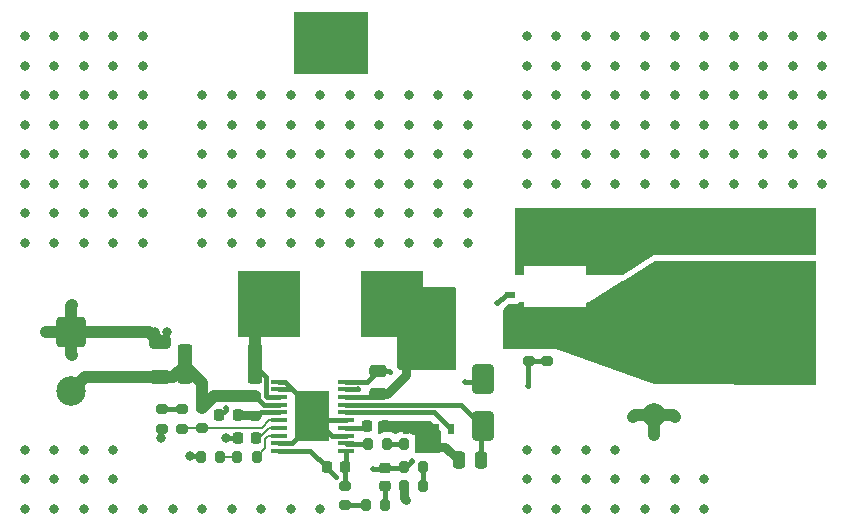
<source format=gbr>
%TF.GenerationSoftware,KiCad,Pcbnew,9.0.6*%
%TF.CreationDate,2026-01-21T08:09:24+01:00*%
%TF.ProjectId,Boost converter,426f6f73-7420-4636-9f6e-766572746572,rev?*%
%TF.SameCoordinates,Original*%
%TF.FileFunction,Copper,L1,Top*%
%TF.FilePolarity,Positive*%
%FSLAX46Y46*%
G04 Gerber Fmt 4.6, Leading zero omitted, Abs format (unit mm)*
G04 Created by KiCad (PCBNEW 9.0.6) date 2026-01-21 08:09:24*
%MOMM*%
%LPD*%
G01*
G04 APERTURE LIST*
G04 Aperture macros list*
%AMRoundRect*
0 Rectangle with rounded corners*
0 $1 Rounding radius*
0 $2 $3 $4 $5 $6 $7 $8 $9 X,Y pos of 4 corners*
0 Add a 4 corners polygon primitive as box body*
4,1,4,$2,$3,$4,$5,$6,$7,$8,$9,$2,$3,0*
0 Add four circle primitives for the rounded corners*
1,1,$1+$1,$2,$3*
1,1,$1+$1,$4,$5*
1,1,$1+$1,$6,$7*
1,1,$1+$1,$8,$9*
0 Add four rect primitives between the rounded corners*
20,1,$1+$1,$2,$3,$4,$5,0*
20,1,$1+$1,$4,$5,$6,$7,0*
20,1,$1+$1,$6,$7,$8,$9,0*
20,1,$1+$1,$8,$9,$2,$3,0*%
G04 Aperture macros list end*
%TA.AperFunction,SMDPad,CuDef*%
%ADD10RoundRect,0.200000X0.200000X0.275000X-0.200000X0.275000X-0.200000X-0.275000X0.200000X-0.275000X0*%
%TD*%
%TA.AperFunction,ComponentPad*%
%ADD11RoundRect,0.250000X1.000000X-1.000000X1.000000X1.000000X-1.000000X1.000000X-1.000000X-1.000000X0*%
%TD*%
%TA.AperFunction,ComponentPad*%
%ADD12C,2.500000*%
%TD*%
%TA.AperFunction,SMDPad,CuDef*%
%ADD13RoundRect,0.200000X-0.200000X-0.275000X0.200000X-0.275000X0.200000X0.275000X-0.200000X0.275000X0*%
%TD*%
%TA.AperFunction,SMDPad,CuDef*%
%ADD14RoundRect,0.250000X-0.362500X-1.425000X0.362500X-1.425000X0.362500X1.425000X-0.362500X1.425000X0*%
%TD*%
%TA.AperFunction,SMDPad,CuDef*%
%ADD15R,0.860001X0.509999*%
%TD*%
%TA.AperFunction,SMDPad,CuDef*%
%ADD16RoundRect,0.200000X-0.275000X0.200000X-0.275000X-0.200000X0.275000X-0.200000X0.275000X0.200000X0*%
%TD*%
%TA.AperFunction,SMDPad,CuDef*%
%ADD17RoundRect,0.225000X-0.225000X-0.250000X0.225000X-0.250000X0.225000X0.250000X-0.225000X0.250000X0*%
%TD*%
%TA.AperFunction,SMDPad,CuDef*%
%ADD18RoundRect,0.250000X0.650000X-0.325000X0.650000X0.325000X-0.650000X0.325000X-0.650000X-0.325000X0*%
%TD*%
%TA.AperFunction,SMDPad,CuDef*%
%ADD19RoundRect,0.250000X-0.475000X0.250000X-0.475000X-0.250000X0.475000X-0.250000X0.475000X0.250000X0*%
%TD*%
%TA.AperFunction,ComponentPad*%
%ADD20RoundRect,0.250000X0.750000X-0.750000X0.750000X0.750000X-0.750000X0.750000X-0.750000X-0.750000X0*%
%TD*%
%TA.AperFunction,ComponentPad*%
%ADD21C,2.000000*%
%TD*%
%TA.AperFunction,SMDPad,CuDef*%
%ADD22RoundRect,0.200000X0.275000X-0.200000X0.275000X0.200000X-0.275000X0.200000X-0.275000X-0.200000X0*%
%TD*%
%TA.AperFunction,SMDPad,CuDef*%
%ADD23R,1.422400X0.355600*%
%TD*%
%TA.AperFunction,SMDPad,CuDef*%
%ADD24R,2.997200X4.191000*%
%TD*%
%TA.AperFunction,ComponentPad*%
%ADD25RoundRect,0.250000X-0.750000X0.750000X-0.750000X-0.750000X0.750000X-0.750000X0.750000X0.750000X0*%
%TD*%
%TA.AperFunction,SMDPad,CuDef*%
%ADD26RoundRect,0.225000X0.225000X0.250000X-0.225000X0.250000X-0.225000X-0.250000X0.225000X-0.250000X0*%
%TD*%
%TA.AperFunction,SMDPad,CuDef*%
%ADD27RoundRect,0.250000X0.250000X0.475000X-0.250000X0.475000X-0.250000X-0.475000X0.250000X-0.475000X0*%
%TD*%
%TA.AperFunction,SMDPad,CuDef*%
%ADD28R,0.509999X0.860001*%
%TD*%
%TA.AperFunction,SMDPad,CuDef*%
%ADD29RoundRect,0.250000X-0.650000X1.000000X-0.650000X-1.000000X0.650000X-1.000000X0.650000X1.000000X0*%
%TD*%
%TA.AperFunction,SMDPad,CuDef*%
%ADD30R,5.308600X1.625600*%
%TD*%
%TA.AperFunction,SMDPad,CuDef*%
%ADD31RoundRect,0.225000X0.250000X-0.225000X0.250000X0.225000X-0.250000X0.225000X-0.250000X-0.225000X0*%
%TD*%
%TA.AperFunction,ComponentPad*%
%ADD32RoundRect,0.250000X-1.000000X1.000000X-1.000000X-1.000000X1.000000X-1.000000X1.000000X1.000000X0*%
%TD*%
%TA.AperFunction,SMDPad,CuDef*%
%ADD33R,5.334000X5.588000*%
%TD*%
%TA.AperFunction,SMDPad,CuDef*%
%ADD34R,6.350000X5.283200*%
%TD*%
%TA.AperFunction,ViaPad*%
%ADD35C,0.800000*%
%TD*%
%TA.AperFunction,ViaPad*%
%ADD36C,0.500000*%
%TD*%
%TA.AperFunction,Conductor*%
%ADD37C,0.400000*%
%TD*%
%TA.AperFunction,Conductor*%
%ADD38C,0.800000*%
%TD*%
%TA.AperFunction,Conductor*%
%ADD39C,1.000000*%
%TD*%
%TA.AperFunction,Conductor*%
%ADD40C,0.200000*%
%TD*%
G04 APERTURE END LIST*
D10*
%TO.P,R14,1*%
%TO.N,Net-(R13-Pad2)*%
X176225000Y-150600000D03*
%TO.P,R14,2*%
%TO.N,GND*%
X174575000Y-150600000D03*
%TD*%
D11*
%TO.P,J2,1,Pin_1*%
%TO.N,+36V*%
X207567500Y-134200000D03*
D12*
%TO.P,J2,2,Pin_2*%
%TO.N,GND*%
X207567500Y-129200000D03*
%TD*%
D13*
%TO.P,R13,1*%
%TO.N,FB*%
X174575000Y-149000000D03*
%TO.P,R13,2*%
%TO.N,Net-(R13-Pad2)*%
X176225000Y-149000000D03*
%TD*%
D14*
%TO.P,R5,1*%
%TO.N,+24V*%
X156037500Y-140250000D03*
%TO.P,R5,2*%
%TO.N,/CSN*%
X161962500Y-140250000D03*
%TD*%
D13*
%TO.P,R11,1*%
%TO.N,Net-(R11-Pad1)*%
X171375000Y-152200000D03*
%TO.P,R11,2*%
%TO.N,Net-(C7-Pad1)*%
X173025000Y-152200000D03*
%TD*%
D15*
%TO.P,2,1,Source*%
%TO.N,+36V*%
X183600000Y-138200000D03*
%TO.P,2,2,Source*%
X183600000Y-136930000D03*
%TO.P,2,3,Source*%
X183600000Y-135660000D03*
%TO.P,2,4,Gate*%
%TO.N,/HO*%
X183600000Y-134390000D03*
%TO.P,2,5,Drain*%
%TO.N,/SW*%
X177960002Y-134390000D03*
%TO.P,2,6,Drain*%
X177960002Y-135660000D03*
%TO.P,2,7,Drain*%
X177960002Y-136930000D03*
%TO.P,2,8,Drain*%
X177960002Y-138200000D03*
%TD*%
D16*
%TO.P,R9,1*%
%TO.N,/COMP*%
X169600000Y-150575000D03*
%TO.P,R9,2*%
%TO.N,Net-(R11-Pad1)*%
X169600000Y-152225000D03*
%TD*%
D17*
%TO.P,C3,1*%
%TO.N,GND*%
X160525000Y-146500000D03*
%TO.P,C3,2*%
%TO.N,/SS*%
X162075000Y-146500000D03*
%TD*%
D16*
%TO.P,R3,1*%
%TO.N,Net-(R2-Pad2)*%
X154100000Y-144075000D03*
%TO.P,R3,2*%
%TO.N,GND*%
X154100000Y-145725000D03*
%TD*%
D18*
%TO.P,C1,1*%
%TO.N,+24V*%
X153900000Y-141375000D03*
%TO.P,C1,2*%
%TO.N,GND*%
X153900000Y-138425000D03*
%TD*%
D13*
%TO.P,R7,1*%
%TO.N,Net-(R6-Pad2)*%
X160475000Y-148100000D03*
%TO.P,R7,2*%
%TO.N,/SYNCIN*%
X162125000Y-148100000D03*
%TD*%
D19*
%TO.P,C4,1*%
%TO.N,/BST*%
X172400000Y-140850000D03*
%TO.P,C4,2*%
%TO.N,/SW*%
X172400000Y-142750000D03*
%TD*%
D16*
%TO.P,R15,1*%
%TO.N,+36V*%
X185170000Y-138300000D03*
%TO.P,R15,2*%
%TO.N,FB*%
X185170000Y-139950000D03*
%TD*%
D13*
%TO.P,R6,1*%
%TO.N,GND*%
X157375000Y-148100000D03*
%TO.P,R6,2*%
%TO.N,Net-(R6-Pad2)*%
X159025000Y-148100000D03*
%TD*%
D20*
%TO.P,C9,1*%
%TO.N,+36V*%
X195800000Y-133900000D03*
D21*
%TO.P,C9,2*%
%TO.N,GND*%
X195800000Y-128900000D03*
%TD*%
D13*
%TO.P,R8,1*%
%TO.N,/SLOPE*%
X171550000Y-147000000D03*
%TO.P,R8,2*%
%TO.N,Net-(R10-Pad1)*%
X173200000Y-147000000D03*
%TD*%
%TO.P,R10,1*%
%TO.N,Net-(R10-Pad1)*%
X174575000Y-147000000D03*
%TO.P,R10,2*%
%TO.N,GND*%
X176225000Y-147000000D03*
%TD*%
D22*
%TO.P,R2,1*%
%TO.N,/UVLO*%
X155800000Y-145725000D03*
%TO.P,R2,2*%
%TO.N,Net-(R2-Pad2)*%
X155800000Y-144075000D03*
%TD*%
D16*
%TO.P,R4,1*%
%TO.N,+24V*%
X162000000Y-142975000D03*
%TO.P,R4,2*%
%TO.N,/VIN*%
X162000000Y-144625000D03*
%TD*%
D17*
%TO.P,C5,1*%
%TO.N,/RES*%
X171475000Y-145500000D03*
%TO.P,C5,2*%
%TO.N,GND*%
X173025000Y-145500000D03*
%TD*%
D23*
%TO.P,U1,1,SYNCOUT*%
%TO.N,GND*%
X164000000Y-141750000D03*
%TO.P,U1,2,OPT*%
X164000000Y-142400001D03*
%TO.P,U1,3,CSN*%
%TO.N,/CSN*%
X164000000Y-143049999D03*
%TO.P,U1,4,CSP*%
%TO.N,+24V*%
X164000000Y-143700001D03*
%TO.P,U1,5,VIN*%
%TO.N,/VIN*%
X164000000Y-144349999D03*
%TO.P,U1,6,UVLO*%
%TO.N,/UVLO*%
X164000000Y-144999998D03*
%TO.P,U1,7,SS*%
%TO.N,/SS*%
X164000000Y-145649999D03*
%TO.P,U1,8,SYNCIN/RT*%
%TO.N,/SYNCIN*%
X164000000Y-146299998D03*
%TO.P,U1,9,AGND*%
%TO.N,GND*%
X164000000Y-146949999D03*
%TO.P,U1,10,FB*%
%TO.N,FB*%
X164000000Y-147599998D03*
%TO.P,U1,11,COMP*%
%TO.N,/COMP*%
X169689600Y-147600000D03*
%TO.P,U1,12,SLOPE*%
%TO.N,/SLOPE*%
X169689600Y-146950002D03*
%TO.P,U1,13,MODE*%
%TO.N,GND*%
X169689600Y-146300001D03*
%TO.P,U1,14,RES*%
%TO.N,/RES*%
X169689600Y-145650002D03*
%TO.P,U1,15,PGND*%
%TO.N,GND*%
X169689600Y-145000001D03*
%TO.P,U1,16,LO*%
%TO.N,/LO*%
X169689600Y-144350002D03*
%TO.P,U1,17,VCC*%
%TO.N,/VCC*%
X169689600Y-143700001D03*
%TO.P,U1,18,SW*%
%TO.N,/SW*%
X169689600Y-143050002D03*
%TO.P,U1,19,HO*%
%TO.N,/HO*%
X169689600Y-142400001D03*
%TO.P,U1,20,BST*%
%TO.N,/BST*%
X169689600Y-141750002D03*
D24*
%TO.P,U1,21,EP*%
%TO.N,GND*%
X166844800Y-144675000D03*
%TD*%
D25*
%TO.P,C10,1*%
%TO.N,+36V*%
X195800000Y-139600000D03*
D21*
%TO.P,C10,2*%
%TO.N,GND*%
X195800000Y-144600000D03*
%TD*%
D26*
%TO.P,C6,1*%
%TO.N,/COMP*%
X169600000Y-149000000D03*
%TO.P,C6,2*%
%TO.N,FB*%
X168050000Y-149000000D03*
%TD*%
D17*
%TO.P,C2,1*%
%TO.N,GND*%
X158975000Y-144600000D03*
%TO.P,C2,2*%
%TO.N,/VIN*%
X160525000Y-144600000D03*
%TD*%
D27*
%TO.P,C8,1*%
%TO.N,/VCC*%
X181150000Y-148400000D03*
%TO.P,C8,2*%
%TO.N,GND*%
X179250000Y-148400000D03*
%TD*%
D28*
%TO.P,1,1,Source*%
%TO.N,GND*%
X174730000Y-145750000D03*
%TO.P,1,2,Source*%
X176000000Y-145750000D03*
%TO.P,1,3,Source*%
X177270000Y-145750000D03*
%TO.P,1,4,Gate*%
%TO.N,/LO*%
X178540000Y-145750000D03*
%TO.P,1,5,Drain*%
%TO.N,/SW*%
X178540000Y-140110002D03*
%TO.P,1,6,Drain*%
X177270000Y-140110002D03*
%TO.P,1,7,Drain*%
X176000000Y-140110002D03*
%TO.P,1,8,Drain*%
X174730000Y-140110002D03*
%TD*%
D16*
%TO.P,R12,1*%
%TO.N,+36V*%
X186700000Y-138300000D03*
%TO.P,R12,2*%
%TO.N,FB*%
X186700000Y-139950000D03*
%TD*%
D29*
%TO.P,D1,1,K*%
%TO.N,/BST*%
X181250000Y-141500000D03*
%TO.P,D1,2,A*%
%TO.N,/VCC*%
X181250000Y-145500000D03*
%TD*%
D30*
%TO.P,C11,1*%
%TO.N,+36V*%
X187400000Y-136290800D03*
%TO.P,C11,2*%
%TO.N,GND*%
X187400000Y-131109200D03*
%TD*%
D16*
%TO.P,R1,1*%
%TO.N,+24V*%
X157500000Y-143975000D03*
%TO.P,R1,2*%
%TO.N,/UVLO*%
X157500000Y-145625000D03*
%TD*%
D31*
%TO.P,C7,1*%
%TO.N,Net-(C7-Pad1)*%
X173000000Y-150575000D03*
%TO.P,C7,2*%
%TO.N,FB*%
X173000000Y-149025000D03*
%TD*%
D32*
%TO.P,J1,1,Pin_1*%
%TO.N,GND*%
X146432500Y-137500000D03*
D12*
%TO.P,J1,2,Pin_2*%
%TO.N,+24V*%
X146432500Y-142500000D03*
%TD*%
D33*
%TO.P,L1,1,1*%
%TO.N,/CSN*%
X163184999Y-135161301D03*
%TO.P,L1,2,2*%
%TO.N,/SW*%
X173614998Y-135161301D03*
D34*
%TO.P,L1,3*%
%TO.N,N/C*%
X168400000Y-113086300D03*
%TD*%
D35*
%TO.N,GND*%
X187500000Y-147500000D03*
X152500000Y-120000000D03*
X162500000Y-130000000D03*
X180000000Y-125000000D03*
X157500000Y-125000000D03*
X210000000Y-117500000D03*
X177500000Y-120000000D03*
X167500000Y-152500000D03*
X190000000Y-150000000D03*
X192500000Y-125000000D03*
X165000000Y-122500000D03*
X145000000Y-122500000D03*
X147500000Y-117500000D03*
X210000000Y-122500000D03*
X145000000Y-112500000D03*
X145000000Y-130000000D03*
X192500000Y-147500000D03*
X145000000Y-125000000D03*
X177500000Y-125000000D03*
X170000000Y-125000000D03*
X195000000Y-115000000D03*
X205000000Y-112500000D03*
X207500000Y-120000000D03*
X152500000Y-122500000D03*
X210000000Y-112500000D03*
X200000000Y-125000000D03*
X162500000Y-117500000D03*
X142500000Y-152500000D03*
X192500000Y-120000000D03*
X195000000Y-117500000D03*
X185000000Y-115000000D03*
X145000000Y-150000000D03*
X157500000Y-117500000D03*
X197500000Y-144750000D03*
X200000000Y-115000000D03*
X146500000Y-135250000D03*
X187500000Y-125000000D03*
X150000000Y-150000000D03*
X187500000Y-120000000D03*
X174750000Y-151750000D03*
X167500000Y-120000000D03*
D36*
X159500000Y-144000000D03*
D35*
X165000000Y-120000000D03*
X154500000Y-137500000D03*
X190000000Y-120000000D03*
X152500000Y-117500000D03*
X205000000Y-115000000D03*
X152500000Y-125000000D03*
X160000000Y-120000000D03*
X195000000Y-152500000D03*
X197500000Y-152500000D03*
X147500000Y-130000000D03*
X192500000Y-152500000D03*
X147500000Y-125000000D03*
X154000000Y-146500000D03*
X145000000Y-152500000D03*
X205000000Y-120000000D03*
X162500000Y-125000000D03*
X152500000Y-112500000D03*
X210000000Y-120000000D03*
X147500000Y-122500000D03*
X185000000Y-150000000D03*
X202500000Y-125000000D03*
X202500000Y-117500000D03*
X197500000Y-122500000D03*
X150000000Y-147500000D03*
X185000000Y-147500000D03*
X144250000Y-137500000D03*
X172500000Y-120000000D03*
X172500000Y-122500000D03*
X177500000Y-127500000D03*
X167800000Y-144200000D03*
X167500000Y-130000000D03*
X147500000Y-115000000D03*
X192500000Y-150000000D03*
X210000000Y-125000000D03*
X177500000Y-147250000D03*
X185000000Y-117500000D03*
X142500000Y-112500000D03*
X167500000Y-122500000D03*
X160000000Y-127500000D03*
X175000000Y-117500000D03*
X190000000Y-147500000D03*
X162500000Y-152500000D03*
X195000000Y-125000000D03*
X145000000Y-120000000D03*
X152500000Y-130000000D03*
X162500000Y-127500000D03*
X202500000Y-120000000D03*
X205000000Y-122500000D03*
X145000000Y-115000000D03*
X197500000Y-115000000D03*
X205000000Y-117500000D03*
X150000000Y-112500000D03*
X195000000Y-122500000D03*
X170000000Y-120000000D03*
X172500000Y-130000000D03*
X142500000Y-125000000D03*
X160000000Y-117500000D03*
X147500000Y-112500000D03*
X162500000Y-120000000D03*
X160000000Y-130000000D03*
X187500000Y-117500000D03*
X200000000Y-112500000D03*
X210000000Y-115000000D03*
X202500000Y-115000000D03*
X162500000Y-122500000D03*
X194000000Y-144750000D03*
X177500000Y-117500000D03*
X167500000Y-127500000D03*
X190000000Y-115000000D03*
X159500000Y-146500000D03*
X165800000Y-144200000D03*
X152500000Y-115000000D03*
X190000000Y-152500000D03*
X150000000Y-120000000D03*
X175000000Y-127500000D03*
X195000000Y-120000000D03*
X185000000Y-120000000D03*
X157500000Y-122500000D03*
X147500000Y-147500000D03*
X147500000Y-150000000D03*
X207500000Y-115000000D03*
X165000000Y-152500000D03*
X202500000Y-122500000D03*
X197500000Y-125000000D03*
X170000000Y-122500000D03*
X150000000Y-117500000D03*
X177500000Y-130000000D03*
X142500000Y-150000000D03*
X175000000Y-120000000D03*
X180000000Y-127500000D03*
X202500000Y-112500000D03*
X195000000Y-112500000D03*
X145000000Y-127500000D03*
X180000000Y-120000000D03*
X160000000Y-125000000D03*
X167800000Y-145200000D03*
X147500000Y-127500000D03*
X195000000Y-150000000D03*
X167500000Y-125000000D03*
X197500000Y-120000000D03*
X160000000Y-152500000D03*
X157500000Y-120000000D03*
X165000000Y-125000000D03*
X150000000Y-115000000D03*
X166800000Y-146200000D03*
X200000000Y-120000000D03*
X166800000Y-144700000D03*
X185000000Y-122500000D03*
X187500000Y-150000000D03*
X192500000Y-122500000D03*
X187500000Y-122500000D03*
X145000000Y-147500000D03*
X190000000Y-122500000D03*
X207500000Y-122500000D03*
X192500000Y-115000000D03*
X167500000Y-117500000D03*
X170000000Y-130000000D03*
X175000000Y-130000000D03*
X172500000Y-117500000D03*
X187500000Y-115000000D03*
X192500000Y-112500000D03*
X187500000Y-152500000D03*
X150000000Y-130000000D03*
X160000000Y-122500000D03*
X142500000Y-130000000D03*
X165000000Y-117500000D03*
X180000000Y-130000000D03*
X150000000Y-127500000D03*
X146500000Y-139500000D03*
X157500000Y-152500000D03*
X192500000Y-117500000D03*
X142500000Y-117500000D03*
X165000000Y-130000000D03*
X180000000Y-122500000D03*
X200000000Y-117500000D03*
X172500000Y-127500000D03*
X145000000Y-117500000D03*
X190000000Y-112500000D03*
X197500000Y-150000000D03*
X150000000Y-122500000D03*
X142500000Y-147500000D03*
X142500000Y-122500000D03*
X150000000Y-125000000D03*
X142500000Y-127500000D03*
X170000000Y-127500000D03*
X152500000Y-127500000D03*
X190000000Y-125000000D03*
X185000000Y-152500000D03*
X185000000Y-125000000D03*
X207500000Y-117500000D03*
X165800000Y-145200000D03*
X142500000Y-115000000D03*
X175000000Y-125000000D03*
X166800000Y-143200000D03*
X150000000Y-152500000D03*
X147500000Y-120000000D03*
X165000000Y-127500000D03*
X155000000Y-152500000D03*
X200000000Y-152500000D03*
X153500000Y-137500000D03*
X157500000Y-130000000D03*
X147500000Y-152500000D03*
X190000000Y-117500000D03*
X180000000Y-117500000D03*
X187500000Y-112500000D03*
X172500000Y-125000000D03*
X185000000Y-112500000D03*
X142500000Y-120000000D03*
X152500000Y-152500000D03*
X207500000Y-112500000D03*
X207500000Y-125000000D03*
X170000000Y-117500000D03*
X197500000Y-112500000D03*
X157500000Y-127500000D03*
X200000000Y-122500000D03*
X195750000Y-146250000D03*
X200000000Y-150000000D03*
X197500000Y-117500000D03*
X205000000Y-125000000D03*
X175000000Y-122500000D03*
X177500000Y-122500000D03*
X156500000Y-148000000D03*
D36*
%TO.N,/HO*%
X170700000Y-142400002D03*
X182500000Y-135100000D03*
D35*
%TO.N,+24V*%
X157500000Y-143975000D03*
D36*
%TO.N,/BST*%
X179800000Y-141750002D03*
X173400000Y-140900000D03*
%TO.N,FB*%
X185100000Y-142100000D03*
X168800000Y-149800000D03*
X175300000Y-148500000D03*
X172000000Y-149100000D03*
%TD*%
D37*
%TO.N,/SW*%
X172199998Y-143050002D02*
X172400000Y-142850000D01*
X172099998Y-143050002D02*
X172400000Y-142750000D01*
X169689600Y-143050002D02*
X172099998Y-143050002D01*
D38*
X173125000Y-142750000D02*
X174730000Y-141145000D01*
X172400000Y-142750000D02*
X173125000Y-142750000D01*
X174730000Y-141145000D02*
X174730000Y-140110002D01*
D37*
%TO.N,GND*%
X159500000Y-144150000D02*
X159050000Y-144600000D01*
X159500000Y-144000000D02*
X159500000Y-144150000D01*
D38*
X174575000Y-150600000D02*
X174575000Y-151575000D01*
D37*
X153500000Y-138025000D02*
X153900000Y-138425000D01*
D39*
X195800000Y-146200000D02*
X195750000Y-146250000D01*
X146432500Y-137500000D02*
X152975000Y-137500000D01*
D37*
X167169801Y-145000001D02*
X166844800Y-144675000D01*
X154000000Y-146500000D02*
X154000000Y-145825000D01*
D38*
X178100000Y-147250000D02*
X179250000Y-148400000D01*
D39*
X152975000Y-137500000D02*
X153900000Y-138425000D01*
D37*
X169689600Y-145000001D02*
X167169801Y-145000001D01*
X154000000Y-145825000D02*
X154100000Y-145725000D01*
D39*
X195800000Y-144600000D02*
X194150000Y-144600000D01*
X146432500Y-137500000D02*
X146432500Y-139432500D01*
X146432500Y-137500000D02*
X146432500Y-135317500D01*
D37*
X169689600Y-146300001D02*
X168469801Y-146300001D01*
X166844800Y-144133601D02*
X165111200Y-142400001D01*
D39*
X146432500Y-137500000D02*
X144250000Y-137500000D01*
D37*
X159500000Y-146500000D02*
X160525000Y-146500000D01*
D39*
X197350000Y-144600000D02*
X197500000Y-144750000D01*
D37*
X157275000Y-148000000D02*
X157375000Y-148100000D01*
D39*
X146432500Y-139432500D02*
X146500000Y-139500000D01*
D37*
X154500000Y-137825000D02*
X153900000Y-138425000D01*
D39*
X195800000Y-144600000D02*
X197350000Y-144600000D01*
D38*
X174575000Y-151575000D02*
X174750000Y-151750000D01*
D37*
X165111200Y-142400001D02*
X164000000Y-142400001D01*
X153500000Y-137500000D02*
X153500000Y-138025000D01*
X166844800Y-144675000D02*
X166844800Y-144133601D01*
X164000000Y-141750000D02*
X164533400Y-141750000D01*
X164000000Y-146949999D02*
X165111200Y-146949999D01*
D39*
X194150000Y-144600000D02*
X194000000Y-144750000D01*
D37*
X154500000Y-137500000D02*
X154500000Y-137825000D01*
X164533400Y-141750000D02*
X166844800Y-144061400D01*
D38*
X177500000Y-147250000D02*
X178100000Y-147250000D01*
D37*
X165111200Y-146949999D02*
X166800000Y-145261199D01*
D39*
X195800000Y-144600000D02*
X195800000Y-146200000D01*
D37*
X166844800Y-144061400D02*
X166844800Y-144675000D01*
X156500000Y-148000000D02*
X157275000Y-148000000D01*
D39*
X146432500Y-135317500D02*
X146500000Y-135250000D01*
D37*
X168469801Y-146300001D02*
X166844800Y-144675000D01*
X166800000Y-145261199D02*
X166800000Y-144700000D01*
%TO.N,/LO*%
X178540000Y-145750000D02*
X177140002Y-144350002D01*
X177140002Y-144350002D02*
X169689600Y-144350002D01*
%TO.N,/HO*%
X170699999Y-142400001D02*
X170700000Y-142400002D01*
X169689600Y-142400001D02*
X170699999Y-142400001D01*
X183210000Y-134390000D02*
X182500000Y-135100000D01*
X183600000Y-134390000D02*
X183210000Y-134390000D01*
D39*
%TO.N,+24V*%
X147557500Y-141375000D02*
X146432500Y-142500000D01*
X153900000Y-141375000D02*
X147557500Y-141375000D01*
X158500000Y-142975000D02*
X161986801Y-142975000D01*
X157500000Y-141862500D02*
X156037500Y-140400000D01*
X157500000Y-143975000D02*
X157500000Y-141862500D01*
X155062500Y-141375000D02*
X156037500Y-140400000D01*
X153900000Y-141375000D02*
X155062500Y-141375000D01*
D37*
X164000000Y-143700001D02*
X162725001Y-143700001D01*
X162725001Y-143700001D02*
X162000000Y-142975000D01*
D39*
X157500000Y-143975000D02*
X158500000Y-142975000D01*
D38*
%TO.N,/VIN*%
X160600000Y-144600000D02*
X161975000Y-144600000D01*
X161975000Y-144600000D02*
X162000000Y-144625000D01*
D37*
X162000000Y-144625000D02*
X162250000Y-144625000D01*
X162525001Y-144349999D02*
X164000000Y-144349999D01*
X162250000Y-144625000D02*
X162525001Y-144349999D01*
D40*
%TO.N,/SS*%
X162075000Y-146500000D02*
X162308998Y-146500000D01*
X162308998Y-146500000D02*
X163158999Y-145649999D01*
X163158999Y-145649999D02*
X164000000Y-145649999D01*
D37*
%TO.N,/BST*%
X171499998Y-141750002D02*
X172400000Y-140850000D01*
X179800000Y-141750002D02*
X180999998Y-141750002D01*
X172400000Y-140850000D02*
X173350000Y-140850000D01*
X180999998Y-141750002D02*
X181250000Y-141500000D01*
X173350000Y-140850000D02*
X173400000Y-140900000D01*
X169689600Y-141750002D02*
X171499998Y-141750002D01*
%TO.N,/RES*%
X171475000Y-145500000D02*
X171324998Y-145650002D01*
X171324998Y-145650002D02*
X169689600Y-145650002D01*
%TO.N,/COMP*%
X169689600Y-148910400D02*
X169600000Y-149000000D01*
X169600000Y-149000000D02*
X169600000Y-150575000D01*
X169689600Y-147600000D02*
X169689600Y-148910400D01*
%TO.N,FB*%
X172000000Y-149100000D02*
X172925000Y-149100000D01*
X174575000Y-149000000D02*
X174800000Y-149000000D01*
X185100000Y-140020000D02*
X185170000Y-139950000D01*
X185100000Y-142100000D02*
X185100000Y-140020000D01*
X173000000Y-149025000D02*
X174550000Y-149025000D01*
X174800000Y-149000000D02*
X175300000Y-148500000D01*
X172925000Y-149100000D02*
X173000000Y-149025000D01*
X174575000Y-149000000D02*
X174700000Y-149000000D01*
X168050000Y-149050000D02*
X168800000Y-149800000D01*
X185170000Y-139950000D02*
X186700000Y-139950000D01*
X168050000Y-149000000D02*
X168050000Y-149050000D01*
X174550000Y-149025000D02*
X174575000Y-149000000D01*
X166649998Y-147599998D02*
X168050000Y-149000000D01*
X164000000Y-147599998D02*
X166649998Y-147599998D01*
%TO.N,Net-(C7-Pad1)*%
X173000000Y-150575000D02*
X173000000Y-152175000D01*
X173000000Y-152175000D02*
X173025000Y-152200000D01*
%TO.N,/VCC*%
X181150000Y-148400000D02*
X181150000Y-145600000D01*
X181250000Y-145500000D02*
X179450001Y-143700001D01*
X179450001Y-143700001D02*
X169689600Y-143700001D01*
X181150000Y-145600000D02*
X181250000Y-145500000D01*
D39*
%TO.N,/CSN*%
X161962500Y-140400000D02*
X161962500Y-136383800D01*
D37*
X164000000Y-143049999D02*
X162958998Y-143049999D01*
X162958998Y-143049999D02*
X162887800Y-142978801D01*
D39*
X161962500Y-136383800D02*
X163184999Y-135161301D01*
D37*
X162887800Y-142978801D02*
X162887800Y-141325300D01*
X162887800Y-141325300D02*
X161962500Y-140400000D01*
D40*
%TO.N,/UVLO*%
X157500000Y-145625000D02*
X155900000Y-145625000D01*
X157500000Y-145625000D02*
X162533999Y-145625000D01*
X163159001Y-144999998D02*
X164000000Y-144999998D01*
X162533999Y-145625000D02*
X163159001Y-144999998D01*
X155900000Y-145625000D02*
X155800000Y-145725000D01*
D37*
%TO.N,Net-(R2-Pad2)*%
X155800000Y-144075000D02*
X154100000Y-144075000D01*
D40*
%TO.N,Net-(R6-Pad2)*%
X160475000Y-148100000D02*
X159025000Y-148100000D01*
%TO.N,/SYNCIN*%
X162125000Y-148100000D02*
X162826000Y-147399000D01*
X163088800Y-146299998D02*
X164000000Y-146299998D01*
X162826000Y-147399000D02*
X162826000Y-146562798D01*
X162826000Y-146562798D02*
X163088800Y-146299998D01*
D37*
%TO.N,Net-(R10-Pad1)*%
X174575000Y-147000000D02*
X173200000Y-147000000D01*
%TO.N,/SLOPE*%
X171550000Y-147000000D02*
X169739598Y-147000000D01*
X169739598Y-147000000D02*
X169689600Y-146950002D01*
%TO.N,Net-(R11-Pad1)*%
X169625000Y-152200000D02*
X169600000Y-152225000D01*
X171375000Y-152200000D02*
X169625000Y-152200000D01*
%TO.N,Net-(R13-Pad2)*%
X176225000Y-149000000D02*
X176225000Y-150600000D01*
%TD*%
%TA.AperFunction,Conductor*%
%TO.N,/SW*%
G36*
X178943039Y-133769685D02*
G01*
X178988794Y-133822489D01*
X179000000Y-133874000D01*
X179000000Y-140626000D01*
X178980315Y-140693039D01*
X178927511Y-140738794D01*
X178876000Y-140750000D01*
X174233057Y-140750000D01*
X174218181Y-140745632D01*
X174202691Y-140746224D01*
X174185342Y-140735989D01*
X174166018Y-140730315D01*
X174155016Y-140718098D01*
X174142513Y-140710722D01*
X174127764Y-140687836D01*
X174122312Y-140681781D01*
X174120248Y-140677684D01*
X174065084Y-140544505D01*
X174016678Y-140472060D01*
X174013255Y-140465264D01*
X174008279Y-140438073D01*
X174000020Y-140411695D01*
X174000000Y-140409483D01*
X174000000Y-133874000D01*
X174019685Y-133806961D01*
X174072489Y-133761206D01*
X174124000Y-133750000D01*
X178876000Y-133750000D01*
X178943039Y-133769685D01*
G37*
%TD.AperFunction*%
%TD*%
%TA.AperFunction,Conductor*%
%TO.N,GND*%
G36*
X176865522Y-145070187D02*
G01*
X176886164Y-145086821D01*
X177713681Y-145914338D01*
X177747166Y-145975661D01*
X177750000Y-146002019D01*
X177750000Y-147626000D01*
X177730315Y-147693039D01*
X177677511Y-147738794D01*
X177626000Y-147750000D01*
X175624000Y-147750000D01*
X175556961Y-147730315D01*
X175511206Y-147677511D01*
X175500000Y-147626000D01*
X175500000Y-146250000D01*
X175342019Y-146250000D01*
X175274980Y-146230315D01*
X175254337Y-146213680D01*
X175210189Y-146169531D01*
X175210188Y-146169530D01*
X175064606Y-146081522D01*
X174902196Y-146030914D01*
X174902194Y-146030913D01*
X174902192Y-146030913D01*
X174852778Y-146026423D01*
X174831616Y-146024500D01*
X174318384Y-146024500D01*
X174299145Y-146026248D01*
X174247807Y-146030913D01*
X174085393Y-146081522D01*
X174014849Y-146124167D01*
X173951648Y-146162374D01*
X173884096Y-146180210D01*
X173823351Y-146162374D01*
X173689606Y-146081522D01*
X173527196Y-146030914D01*
X173527194Y-146030913D01*
X173527192Y-146030913D01*
X173477778Y-146026423D01*
X173456616Y-146024500D01*
X172943384Y-146024500D01*
X172924145Y-146026248D01*
X172872807Y-146030913D01*
X172710393Y-146081522D01*
X172564806Y-146169533D01*
X172564681Y-146169632D01*
X172564572Y-146169675D01*
X172558396Y-146173409D01*
X172557774Y-146172381D01*
X172499766Y-146195472D01*
X172431185Y-146182115D01*
X172380712Y-146133800D01*
X172364373Y-146065868D01*
X172370514Y-146033012D01*
X172415349Y-145897708D01*
X172425500Y-145798345D01*
X172425499Y-145201656D01*
X172425125Y-145197997D01*
X172424013Y-145187101D01*
X172436784Y-145118408D01*
X172484666Y-145067525D01*
X172547371Y-145050502D01*
X176798483Y-145050502D01*
X176865522Y-145070187D01*
G37*
%TD.AperFunction*%
%TD*%
%TA.AperFunction,Conductor*%
%TO.N,+36V*%
G36*
X209443039Y-131552008D02*
G01*
X209488794Y-131604812D01*
X209500000Y-131656323D01*
X209500000Y-141875706D01*
X209480315Y-141942745D01*
X209427511Y-141988500D01*
X209375707Y-141999706D01*
X195821349Y-141967727D01*
X195779894Y-141960488D01*
X187500001Y-139000000D01*
X187500000Y-139000000D01*
X183124000Y-139000000D01*
X183056961Y-138980315D01*
X183011206Y-138927511D01*
X183000000Y-138876000D01*
X183000000Y-135712729D01*
X183019685Y-135645690D01*
X183036320Y-135625047D01*
X183082948Y-135578419D01*
X183082951Y-135578416D01*
X183165084Y-135455495D01*
X183176804Y-135427200D01*
X183203680Y-135386975D01*
X183408838Y-135181818D01*
X183470161Y-135148333D01*
X183496519Y-135145499D01*
X184077872Y-135145499D01*
X184077873Y-135145499D01*
X184137484Y-135139091D01*
X184272332Y-135088796D01*
X184357908Y-135024733D01*
X184378654Y-135016995D01*
X184397284Y-135005023D01*
X184419201Y-135001871D01*
X184423372Y-135000316D01*
X184432219Y-135000000D01*
X184672500Y-135000000D01*
X184739539Y-135019685D01*
X184785294Y-135072489D01*
X184796500Y-135124000D01*
X184796500Y-135427200D01*
X190003500Y-135427200D01*
X190003500Y-135124000D01*
X190023185Y-135056961D01*
X190075989Y-135011206D01*
X190127500Y-135000000D01*
X190249998Y-135000000D01*
X190250000Y-135000000D01*
X193042253Y-133255381D01*
X193090693Y-133237753D01*
X193103793Y-133235912D01*
X193169513Y-133217064D01*
X193298071Y-133159815D01*
X195871901Y-131551170D01*
X195937621Y-131532323D01*
X209376000Y-131532323D01*
X209443039Y-131552008D01*
G37*
%TD.AperFunction*%
%TD*%
%TA.AperFunction,Conductor*%
%TO.N,GND*%
G36*
X209443039Y-127019685D02*
G01*
X209488794Y-127072489D01*
X209500000Y-127124000D01*
X209500000Y-130876000D01*
X209480315Y-130943039D01*
X209427511Y-130988794D01*
X209376000Y-131000000D01*
X195800000Y-131000000D01*
X193115983Y-132677511D01*
X193030157Y-132731152D01*
X192964437Y-132750000D01*
X190127500Y-132750000D01*
X190060461Y-132730315D01*
X190014706Y-132677511D01*
X190003500Y-132626000D01*
X190003500Y-131972800D01*
X184796500Y-131972800D01*
X184796500Y-132626000D01*
X184776815Y-132693039D01*
X184724011Y-132738794D01*
X184672500Y-132750000D01*
X184124000Y-132750000D01*
X184056961Y-132730315D01*
X184011206Y-132677511D01*
X184000000Y-132626000D01*
X184000000Y-127124000D01*
X184019685Y-127056961D01*
X184072489Y-127011206D01*
X184124000Y-127000000D01*
X209376000Y-127000000D01*
X209443039Y-127019685D01*
G37*
%TD.AperFunction*%
%TD*%
M02*

</source>
